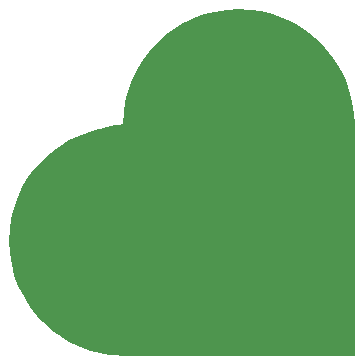
<source format=gbr>
%TF.GenerationSoftware,KiCad,Pcbnew,(5.1.12-1-g0a0a2da680)-1*%
%TF.CreationDate,2021-11-24T18:51:27+01:00*%
%TF.ProjectId,loveu,6c6f7665-752e-46b6-9963-61645f706362,rev?*%
%TF.SameCoordinates,Original*%
%TF.FileFunction,Soldermask,Bot*%
%TF.FilePolarity,Negative*%
%FSLAX46Y46*%
G04 Gerber Fmt 4.6, Leading zero omitted, Abs format (unit mm)*
G04 Created by KiCad (PCBNEW (5.1.12-1-g0a0a2da680)-1) date 2021-11-24 18:51:27*
%MOMM*%
%LPD*%
G01*
G04 APERTURE LIST*
%ADD10C,0.100000*%
G04 APERTURE END LIST*
D10*
G36*
X131000000Y-75590000D02*
G01*
X131920000Y-75730000D01*
X132860000Y-75960000D01*
X133750000Y-76280000D01*
X134740000Y-76740000D01*
X135510000Y-77210000D01*
X136170000Y-77720000D01*
X136940000Y-78390000D01*
X137490000Y-78990000D01*
X138090000Y-79800000D01*
X138620000Y-80670000D01*
X139030000Y-81530000D01*
X139340000Y-82390000D01*
X139520000Y-83100000D01*
X139600000Y-83430000D01*
X139750000Y-84330000D01*
X139800000Y-85260000D01*
X139800000Y-87280000D01*
X139790000Y-104800000D01*
X120120000Y-104800000D01*
X119660000Y-104770000D01*
X119360000Y-104750000D01*
X119170000Y-104720000D01*
X118580000Y-104640000D01*
X118310000Y-104590000D01*
X117940000Y-104500000D01*
X117490000Y-104370000D01*
X116620000Y-104080000D01*
X116050000Y-103810000D01*
X115500000Y-103530000D01*
X115020000Y-103230000D01*
X114930000Y-103170000D01*
X114480000Y-102840000D01*
X114150000Y-102600000D01*
X113550000Y-102040000D01*
X113280000Y-101780000D01*
X112940000Y-101390000D01*
X112510000Y-100830000D01*
X112240000Y-100460000D01*
X112020000Y-100100000D01*
X111780000Y-99700000D01*
X111550000Y-99200000D01*
X111310000Y-98690000D01*
X111080000Y-98040000D01*
X110850000Y-97100000D01*
X110690000Y-96140000D01*
X110640000Y-95180000D01*
X110680000Y-94220000D01*
X110810000Y-93270000D01*
X111050000Y-92360000D01*
X111360000Y-91460000D01*
X111760000Y-90600000D01*
X112270000Y-89760000D01*
X112840000Y-89010000D01*
X113420000Y-88360000D01*
X114140000Y-87720000D01*
X114620000Y-87350000D01*
X115690000Y-86660000D01*
X116580000Y-86240000D01*
X117240000Y-86000000D01*
X117430000Y-85940000D01*
X118150000Y-85720000D01*
X118400000Y-85650000D01*
X118810000Y-85550000D01*
X119280000Y-85450000D01*
X119570000Y-85390000D01*
X119920000Y-85330000D01*
X120290000Y-85270000D01*
X120330000Y-84340000D01*
X120460000Y-83410000D01*
X120720000Y-82430000D01*
X121030000Y-81570000D01*
X121430000Y-80720000D01*
X121950000Y-79850000D01*
X122500000Y-79130000D01*
X123140000Y-78400000D01*
X123830000Y-77770000D01*
X124310000Y-77420000D01*
X124620000Y-77190000D01*
X125390000Y-76740000D01*
X125780000Y-76540000D01*
X126280000Y-76300000D01*
X127170000Y-75980000D01*
X128100000Y-75750000D01*
X129040000Y-75600000D01*
X130020000Y-75550000D01*
X131000000Y-75590000D01*
G37*
X131000000Y-75590000D02*
X131920000Y-75730000D01*
X132860000Y-75960000D01*
X133750000Y-76280000D01*
X134740000Y-76740000D01*
X135510000Y-77210000D01*
X136170000Y-77720000D01*
X136940000Y-78390000D01*
X137490000Y-78990000D01*
X138090000Y-79800000D01*
X138620000Y-80670000D01*
X139030000Y-81530000D01*
X139340000Y-82390000D01*
X139520000Y-83100000D01*
X139600000Y-83430000D01*
X139750000Y-84330000D01*
X139800000Y-85260000D01*
X139800000Y-87280000D01*
X139790000Y-104800000D01*
X120120000Y-104800000D01*
X119660000Y-104770000D01*
X119360000Y-104750000D01*
X119170000Y-104720000D01*
X118580000Y-104640000D01*
X118310000Y-104590000D01*
X117940000Y-104500000D01*
X117490000Y-104370000D01*
X116620000Y-104080000D01*
X116050000Y-103810000D01*
X115500000Y-103530000D01*
X115020000Y-103230000D01*
X114930000Y-103170000D01*
X114480000Y-102840000D01*
X114150000Y-102600000D01*
X113550000Y-102040000D01*
X113280000Y-101780000D01*
X112940000Y-101390000D01*
X112510000Y-100830000D01*
X112240000Y-100460000D01*
X112020000Y-100100000D01*
X111780000Y-99700000D01*
X111550000Y-99200000D01*
X111310000Y-98690000D01*
X111080000Y-98040000D01*
X110850000Y-97100000D01*
X110690000Y-96140000D01*
X110640000Y-95180000D01*
X110680000Y-94220000D01*
X110810000Y-93270000D01*
X111050000Y-92360000D01*
X111360000Y-91460000D01*
X111760000Y-90600000D01*
X112270000Y-89760000D01*
X112840000Y-89010000D01*
X113420000Y-88360000D01*
X114140000Y-87720000D01*
X114620000Y-87350000D01*
X115690000Y-86660000D01*
X116580000Y-86240000D01*
X117240000Y-86000000D01*
X117430000Y-85940000D01*
X118150000Y-85720000D01*
X118400000Y-85650000D01*
X118810000Y-85550000D01*
X119280000Y-85450000D01*
X119570000Y-85390000D01*
X119920000Y-85330000D01*
X120290000Y-85270000D01*
X120330000Y-84340000D01*
X120460000Y-83410000D01*
X120720000Y-82430000D01*
X121030000Y-81570000D01*
X121430000Y-80720000D01*
X121950000Y-79850000D01*
X122500000Y-79130000D01*
X123140000Y-78400000D01*
X123830000Y-77770000D01*
X124310000Y-77420000D01*
X124620000Y-77190000D01*
X125390000Y-76740000D01*
X125780000Y-76540000D01*
X126280000Y-76300000D01*
X127170000Y-75980000D01*
X128100000Y-75750000D01*
X129040000Y-75600000D01*
X130020000Y-75550000D01*
X131000000Y-75590000D01*
M02*

</source>
